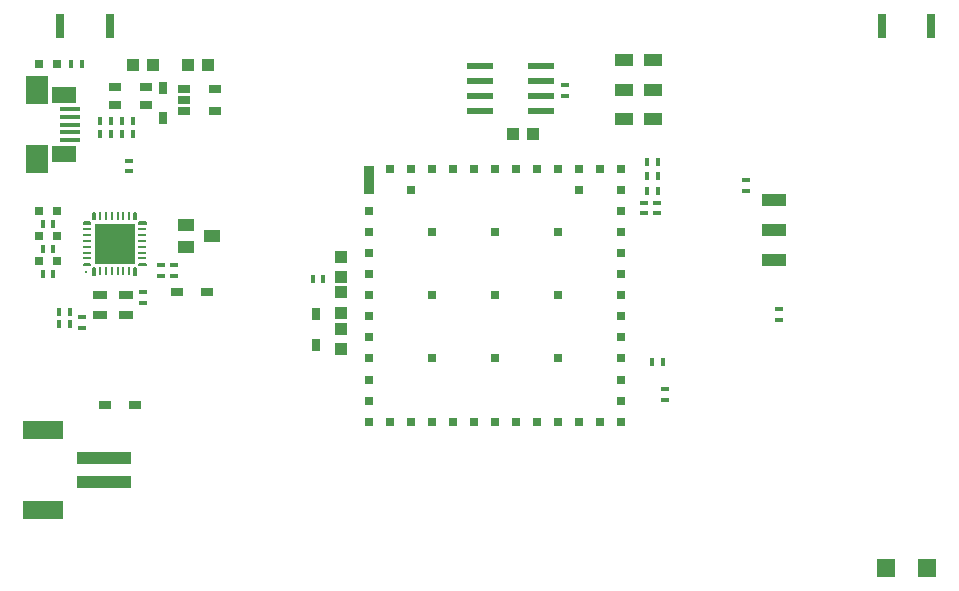
<source format=gtp>
G75*
%MOIN*%
%OFA0B0*%
%FSLAX25Y25*%
%IPPOS*%
%LPD*%
%AMOC8*
5,1,8,0,0,1.08239X$1,22.5*
%
%ADD10R,0.07874X0.04331*%
%ADD11R,0.04331X0.03937*%
%ADD12R,0.01800X0.03000*%
%ADD13R,0.03000X0.01800*%
%ADD14R,0.03819X0.09803*%
%ADD15R,0.02795X0.02795*%
%ADD16R,0.03937X0.04331*%
%ADD17R,0.03898X0.02717*%
%ADD18R,0.03150X0.03150*%
%ADD19R,0.03150X0.03937*%
%ADD20R,0.03150X0.07874*%
%ADD21C,0.00551*%
%ADD22R,0.01102X0.02756*%
%ADD23R,0.02756X0.01102*%
%ADD24R,0.13780X0.13780*%
%ADD25R,0.00984X0.00984*%
%ADD26R,0.05000X0.02500*%
%ADD27R,0.06693X0.01772*%
%ADD28R,0.08268X0.05807*%
%ADD29R,0.07480X0.09350*%
%ADD30R,0.03937X0.03150*%
%ADD31R,0.05512X0.03937*%
%ADD32R,0.05906X0.05906*%
%ADD33R,0.08661X0.02362*%
%ADD34R,0.18110X0.03937*%
%ADD35R,0.13386X0.06299*%
%ADD36R,0.06299X0.03937*%
D10*
X0279848Y0133561D03*
X0279848Y0143600D03*
X0279848Y0153639D03*
D11*
X0135648Y0134822D03*
X0135648Y0128129D03*
X0135598Y0122846D03*
X0135598Y0116154D03*
X0135548Y0110546D03*
X0135548Y0103854D03*
D12*
X0129648Y0127200D03*
X0126048Y0127200D03*
X0066048Y0175800D03*
X0062448Y0175800D03*
X0058848Y0175800D03*
X0055248Y0175800D03*
X0055248Y0180000D03*
X0058848Y0180000D03*
X0062448Y0180000D03*
X0066048Y0180000D03*
X0049248Y0199000D03*
X0045648Y0199000D03*
X0039648Y0145800D03*
X0036048Y0145800D03*
X0036048Y0137400D03*
X0039648Y0137400D03*
X0039648Y0129000D03*
X0036048Y0129000D03*
X0041448Y0116400D03*
X0045048Y0116400D03*
X0045048Y0112200D03*
X0041448Y0112200D03*
X0237648Y0156800D03*
X0241248Y0156800D03*
X0241248Y0161600D03*
X0237648Y0161600D03*
X0237648Y0166400D03*
X0241248Y0166400D03*
X0242698Y0099775D03*
X0239098Y0099775D03*
D13*
X0243648Y0090600D03*
X0243648Y0087000D03*
X0281448Y0113800D03*
X0281448Y0117400D03*
X0240711Y0149200D03*
X0236448Y0149200D03*
X0236448Y0152800D03*
X0240711Y0152800D03*
X0270448Y0156800D03*
X0270448Y0160400D03*
X0210048Y0188400D03*
X0210048Y0192000D03*
X0079848Y0132000D03*
X0079848Y0128400D03*
X0075648Y0128400D03*
X0075648Y0132000D03*
X0069648Y0123000D03*
X0069648Y0119400D03*
X0049248Y0114600D03*
X0049248Y0111000D03*
X0064848Y0163200D03*
X0064848Y0166800D03*
D14*
X0144848Y0160400D03*
D15*
X0151856Y0163904D03*
X0158864Y0163904D03*
X0165872Y0163904D03*
X0172879Y0163904D03*
X0179887Y0163904D03*
X0186895Y0163904D03*
X0193903Y0163904D03*
X0200911Y0163904D03*
X0207919Y0163904D03*
X0214927Y0163904D03*
X0221935Y0163904D03*
X0228942Y0163904D03*
X0228942Y0156896D03*
X0228942Y0149888D03*
X0228942Y0142880D03*
X0228942Y0135872D03*
X0228942Y0128865D03*
X0228942Y0121857D03*
X0228942Y0114849D03*
X0228942Y0107841D03*
X0228942Y0100833D03*
X0228942Y0093825D03*
X0228942Y0086817D03*
X0228942Y0079809D03*
X0221935Y0079809D03*
X0214927Y0079809D03*
X0207919Y0079809D03*
X0200911Y0079809D03*
X0193903Y0079809D03*
X0186895Y0079809D03*
X0179887Y0079809D03*
X0172879Y0079809D03*
X0165872Y0079809D03*
X0158864Y0079809D03*
X0151856Y0079809D03*
X0144848Y0079809D03*
X0144848Y0086817D03*
X0144848Y0093825D03*
X0144848Y0100833D03*
X0144848Y0107841D03*
X0144848Y0114849D03*
X0144848Y0121857D03*
X0144848Y0128865D03*
X0144848Y0135872D03*
X0144848Y0142880D03*
X0144848Y0149888D03*
X0158864Y0156896D03*
X0165872Y0142880D03*
X0186895Y0142880D03*
X0207919Y0142880D03*
X0214927Y0156896D03*
X0207919Y0121857D03*
X0186895Y0121857D03*
X0165872Y0121857D03*
X0165872Y0100833D03*
X0186895Y0100833D03*
X0207919Y0100833D03*
D16*
X0199594Y0175800D03*
X0192901Y0175800D03*
X0091294Y0198700D03*
X0084601Y0198700D03*
X0072994Y0198600D03*
X0066301Y0198600D03*
D17*
X0083269Y0190640D03*
X0083269Y0186900D03*
X0083269Y0183160D03*
X0093466Y0183160D03*
X0093466Y0190640D03*
D18*
X0040801Y0199000D03*
X0034895Y0199000D03*
X0034895Y0150000D03*
X0040801Y0150000D03*
X0040801Y0141600D03*
X0034895Y0141600D03*
X0034895Y0133200D03*
X0040801Y0133200D03*
D19*
X0076248Y0180882D03*
X0076248Y0191118D03*
X0127248Y0115518D03*
X0127248Y0105282D03*
D20*
X0058416Y0211800D03*
X0041880Y0211800D03*
X0315780Y0211800D03*
X0332316Y0211800D03*
D21*
X0070403Y0146266D02*
X0070403Y0145714D01*
X0068197Y0145714D01*
X0068197Y0146266D01*
X0070403Y0146266D01*
X0070403Y0146264D02*
X0068197Y0146264D01*
X0067214Y0147249D02*
X0067214Y0149455D01*
X0067214Y0147249D02*
X0066662Y0147249D01*
X0066662Y0149455D01*
X0067214Y0149455D01*
X0067214Y0147799D02*
X0066662Y0147799D01*
X0066662Y0148349D02*
X0067214Y0148349D01*
X0067214Y0148899D02*
X0066662Y0148899D01*
X0066662Y0149449D02*
X0067214Y0149449D01*
X0053434Y0149455D02*
X0053434Y0147249D01*
X0052882Y0147249D01*
X0052882Y0149455D01*
X0053434Y0149455D01*
X0053434Y0147799D02*
X0052882Y0147799D01*
X0052882Y0148349D02*
X0053434Y0148349D01*
X0053434Y0148899D02*
X0052882Y0148899D01*
X0052882Y0149449D02*
X0053434Y0149449D01*
X0051899Y0146266D02*
X0051899Y0145714D01*
X0049693Y0145714D01*
X0049693Y0146266D01*
X0051899Y0146266D01*
X0051899Y0146264D02*
X0049693Y0146264D01*
X0051899Y0132486D02*
X0051899Y0131934D01*
X0049693Y0131934D01*
X0049693Y0132486D01*
X0051899Y0132486D01*
X0051899Y0132484D02*
X0049693Y0132484D01*
X0053434Y0130951D02*
X0053434Y0128745D01*
X0052882Y0128745D01*
X0052882Y0130951D01*
X0053434Y0130951D01*
X0053434Y0129295D02*
X0052882Y0129295D01*
X0052882Y0129845D02*
X0053434Y0129845D01*
X0053434Y0130395D02*
X0052882Y0130395D01*
X0052882Y0130945D02*
X0053434Y0130945D01*
X0067214Y0130951D02*
X0067214Y0128745D01*
X0066662Y0128745D01*
X0066662Y0130951D01*
X0067214Y0130951D01*
X0067214Y0129295D02*
X0066662Y0129295D01*
X0066662Y0129845D02*
X0067214Y0129845D01*
X0067214Y0130395D02*
X0066662Y0130395D01*
X0066662Y0130945D02*
X0067214Y0130945D01*
X0070403Y0131934D02*
X0070403Y0132486D01*
X0070403Y0131934D02*
X0068197Y0131934D01*
X0068197Y0132486D01*
X0070403Y0132486D01*
X0070403Y0132484D02*
X0068197Y0132484D01*
D22*
X0064969Y0129848D03*
X0063001Y0129848D03*
X0061032Y0129848D03*
X0059064Y0129848D03*
X0057095Y0129848D03*
X0055127Y0129848D03*
X0055127Y0148352D03*
X0057095Y0148352D03*
X0059064Y0148352D03*
X0061032Y0148352D03*
X0063001Y0148352D03*
X0064969Y0148352D03*
D23*
X0069300Y0144021D03*
X0069300Y0142053D03*
X0069300Y0140084D03*
X0069300Y0138116D03*
X0069300Y0136147D03*
X0069300Y0134179D03*
X0050796Y0134179D03*
X0050796Y0136147D03*
X0050796Y0138116D03*
X0050796Y0140084D03*
X0050796Y0142053D03*
X0050796Y0144021D03*
D24*
X0060048Y0139100D03*
D25*
X0050540Y0129592D03*
D26*
X0055148Y0121900D03*
X0063748Y0121900D03*
X0063748Y0115300D03*
X0055148Y0115300D03*
D27*
X0045272Y0173682D03*
X0045272Y0176241D03*
X0045272Y0178800D03*
X0045272Y0181359D03*
X0045272Y0183918D03*
D28*
X0043303Y0188643D03*
X0043303Y0168957D03*
D29*
X0034248Y0167186D03*
X0034248Y0190414D03*
D30*
X0060330Y0191400D03*
X0060330Y0185400D03*
X0070566Y0185400D03*
X0070566Y0191400D03*
X0080730Y0123000D03*
X0090966Y0123000D03*
X0066966Y0085200D03*
X0056730Y0085200D03*
D31*
X0083917Y0137860D03*
X0092579Y0141600D03*
X0083917Y0145340D03*
D32*
X0317158Y0030975D03*
X0330938Y0030975D03*
D33*
X0202284Y0183300D03*
X0202284Y0188300D03*
X0202284Y0193300D03*
X0202284Y0198300D03*
X0181812Y0198300D03*
X0181812Y0193300D03*
X0181812Y0188300D03*
X0181812Y0183300D03*
D34*
X0056615Y0067537D03*
X0056615Y0059663D03*
D35*
X0036142Y0050214D03*
X0036142Y0076986D03*
D36*
X0229999Y0180600D03*
X0239448Y0180600D03*
X0239448Y0190443D03*
X0229999Y0190443D03*
X0229999Y0200285D03*
X0239448Y0200285D03*
M02*

</source>
